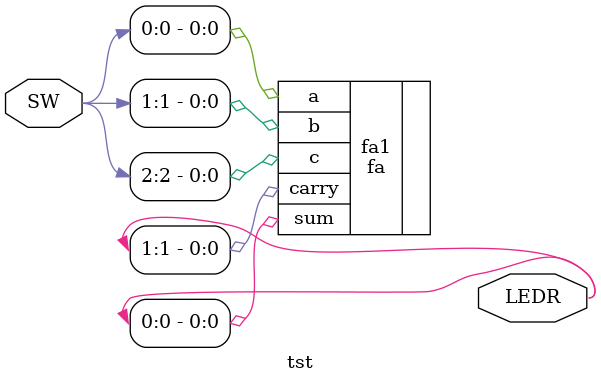
<source format=v>
module tst
	(
		input wire[0:2] SW,
		output wire[0:1] LEDR
	);
	
	fa fa1 (.a(SW[0]), .b(SW[1]), .c(SW[2]), .sum(LEDR[0]), .carry(LEDR[1]));
	
endmodule
</source>
